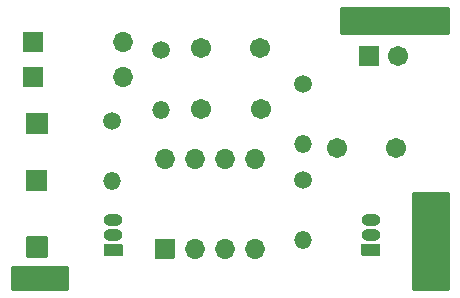
<source format=gbr>
G04 #@! TF.GenerationSoftware,KiCad,Pcbnew,(5.1.9)-1*
G04 #@! TF.CreationDate,2021-05-20T18:11:05+02:00*
G04 #@! TF.ProjectId,ZX81 Composite,5a583831-2043-46f6-9d70-6f736974652e,rev?*
G04 #@! TF.SameCoordinates,Original*
G04 #@! TF.FileFunction,Soldermask,Bot*
G04 #@! TF.FilePolarity,Negative*
%FSLAX46Y46*%
G04 Gerber Fmt 4.6, Leading zero omitted, Abs format (unit mm)*
G04 Created by KiCad (PCBNEW (5.1.9)-1) date 2021-05-20 18:11:05*
%MOMM*%
%LPD*%
G01*
G04 APERTURE LIST*
%ADD10C,1.502000*%
%ADD11O,1.502000X1.502000*%
%ADD12O,1.602000X1.002000*%
%ADD13O,1.702000X1.702000*%
%ADD14C,1.702000*%
%ADD15C,0.254000*%
%ADD16C,0.100000*%
G04 APERTURE END LIST*
D10*
X63110000Y-51580000D03*
D11*
X63110000Y-56660000D03*
D12*
X63220600Y-61290200D03*
X63220600Y-60020200D03*
G36*
G01*
X62470600Y-62059200D02*
X63970600Y-62059200D01*
G75*
G02*
X64021600Y-62110200I0J-51000D01*
G01*
X64021600Y-63010200D01*
G75*
G02*
X63970600Y-63061200I-51000J0D01*
G01*
X62470600Y-63061200D01*
G75*
G02*
X62419600Y-63010200I0J51000D01*
G01*
X62419600Y-62110200D01*
G75*
G02*
X62470600Y-62059200I51000J0D01*
G01*
G37*
D13*
X64058800Y-44907200D03*
G36*
G01*
X55587800Y-45707200D02*
X55587800Y-44107200D01*
G75*
G02*
X55638800Y-44056200I51000J0D01*
G01*
X57238800Y-44056200D01*
G75*
G02*
X57289800Y-44107200I0J-51000D01*
G01*
X57289800Y-45707200D01*
G75*
G02*
X57238800Y-45758200I-51000J0D01*
G01*
X55638800Y-45758200D01*
G75*
G02*
X55587800Y-45707200I0J51000D01*
G01*
G37*
G36*
G01*
X55587800Y-48653600D02*
X55587800Y-47053600D01*
G75*
G02*
X55638800Y-47002600I51000J0D01*
G01*
X57238800Y-47002600D01*
G75*
G02*
X57289800Y-47053600I0J-51000D01*
G01*
X57289800Y-48653600D01*
G75*
G02*
X57238800Y-48704600I-51000J0D01*
G01*
X55638800Y-48704600D01*
G75*
G02*
X55587800Y-48653600I0J51000D01*
G01*
G37*
X64058800Y-47853600D03*
G36*
G01*
X55868000Y-63130800D02*
X55868000Y-61430800D01*
G75*
G02*
X55919000Y-61379800I51000J0D01*
G01*
X57619000Y-61379800D01*
G75*
G02*
X57670000Y-61430800I0J-51000D01*
G01*
X57670000Y-63130800D01*
G75*
G02*
X57619000Y-63181800I-51000J0D01*
G01*
X55919000Y-63181800D01*
G75*
G02*
X55868000Y-63130800I0J51000D01*
G01*
G37*
G36*
G01*
X55791800Y-57517400D02*
X55791800Y-55817400D01*
G75*
G02*
X55842800Y-55766400I51000J0D01*
G01*
X57542800Y-55766400D01*
G75*
G02*
X57593800Y-55817400I0J-51000D01*
G01*
X57593800Y-57517400D01*
G75*
G02*
X57542800Y-57568400I-51000J0D01*
G01*
X55842800Y-57568400D01*
G75*
G02*
X55791800Y-57517400I0J51000D01*
G01*
G37*
G36*
G01*
X55868000Y-52666000D02*
X55868000Y-50966000D01*
G75*
G02*
X55919000Y-50915000I51000J0D01*
G01*
X57619000Y-50915000D01*
G75*
G02*
X57670000Y-50966000I0J-51000D01*
G01*
X57670000Y-52666000D01*
G75*
G02*
X57619000Y-52717000I-51000J0D01*
G01*
X55919000Y-52717000D01*
G75*
G02*
X55868000Y-52666000I0J51000D01*
G01*
G37*
G36*
G01*
X84263800Y-62008400D02*
X85763800Y-62008400D01*
G75*
G02*
X85814800Y-62059400I0J-51000D01*
G01*
X85814800Y-62959400D01*
G75*
G02*
X85763800Y-63010400I-51000J0D01*
G01*
X84263800Y-63010400D01*
G75*
G02*
X84212800Y-62959400I0J51000D01*
G01*
X84212800Y-62059400D01*
G75*
G02*
X84263800Y-62008400I51000J0D01*
G01*
G37*
D12*
X85013800Y-59969400D03*
X85013800Y-61239400D03*
D14*
X87361400Y-46126400D03*
G36*
G01*
X84010400Y-46926400D02*
X84010400Y-45326400D01*
G75*
G02*
X84061400Y-45275400I51000J0D01*
G01*
X85661400Y-45275400D01*
G75*
G02*
X85712400Y-45326400I0J-51000D01*
G01*
X85712400Y-46926400D01*
G75*
G02*
X85661400Y-46977400I-51000J0D01*
G01*
X84061400Y-46977400D01*
G75*
G02*
X84010400Y-46926400I0J51000D01*
G01*
G37*
X75637400Y-45440600D03*
X70637400Y-45440600D03*
X82194400Y-53873400D03*
X87194400Y-53873400D03*
D10*
X79248000Y-48437800D03*
D11*
X79248000Y-53517800D03*
X79324200Y-61696600D03*
D10*
X79324200Y-56616600D03*
X67233800Y-45618400D03*
D11*
X67233800Y-50698400D03*
D14*
X75688200Y-50622200D03*
X70688200Y-50622200D03*
D13*
X67564000Y-54787800D03*
X75184000Y-62407800D03*
X70104000Y-54787800D03*
X72644000Y-62407800D03*
X72644000Y-54787800D03*
X70104000Y-62407800D03*
X75184000Y-54787800D03*
G36*
G01*
X68364000Y-63258800D02*
X66764000Y-63258800D01*
G75*
G02*
X66713000Y-63207800I0J51000D01*
G01*
X66713000Y-61607800D01*
G75*
G02*
X66764000Y-61556800I51000J0D01*
G01*
X68364000Y-61556800D01*
G75*
G02*
X68415000Y-61607800I0J-51000D01*
G01*
X68415000Y-63207800D01*
G75*
G02*
X68364000Y-63258800I-51000J0D01*
G01*
G37*
D15*
X91567000Y-65862200D02*
X88620600Y-65862200D01*
X88620600Y-57683400D01*
X91567000Y-57683400D01*
X91567000Y-65862200D01*
D16*
G36*
X91567000Y-65862200D02*
G01*
X88620600Y-65862200D01*
X88620600Y-57683400D01*
X91567000Y-57683400D01*
X91567000Y-65862200D01*
G37*
D15*
X91567000Y-44119800D02*
X82473800Y-44119800D01*
X82473800Y-42062400D01*
X91567000Y-42062400D01*
X91567000Y-44119800D01*
D16*
G36*
X91567000Y-44119800D02*
G01*
X82473800Y-44119800D01*
X82473800Y-42062400D01*
X91567000Y-42062400D01*
X91567000Y-44119800D01*
G37*
D15*
X59283600Y-65862200D02*
X54686200Y-65862200D01*
X54686200Y-63982600D01*
X59283600Y-63982600D01*
X59283600Y-65862200D01*
D16*
G36*
X59283600Y-65862200D02*
G01*
X54686200Y-65862200D01*
X54686200Y-63982600D01*
X59283600Y-63982600D01*
X59283600Y-65862200D01*
G37*
M02*

</source>
